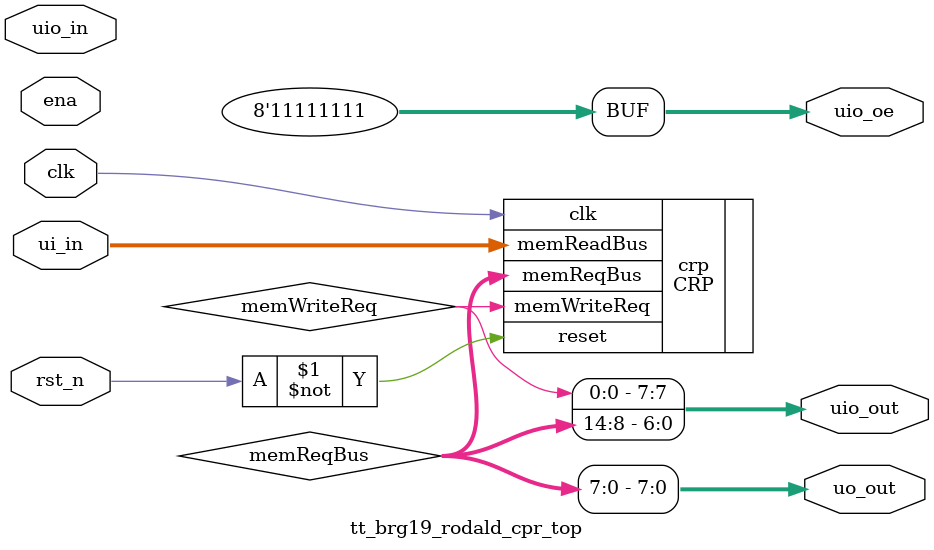
<source format=v>
`timescale 1ns / 1ps


module tt_brg19_rodald_cpr_top (
    input  wire [7:0] ui_in,    // Dedicated inputs
    output wire [7:0] uo_out,   // Dedicated outputs
    input  wire [7:0] uio_in,   // IOs: Input path
    output wire [7:0] uio_out,  // IOs: Output path
    output wire [7:0] uio_oe,   // IOs: Enable path (active high: 0=input, 1=output)
    input  wire       ena,      // will go high when the design is enabled
    input  wire       clk,      // clock
    input  wire       rst_n     // reset_n - low to reset
);

    wire [14:0] memReqBus;
    wire memWriteReq;

    CRP crp (
        .clk(clk),
        .reset(~rst_n),  // TinyTapeout uses inverted reset
        .memReadBus(ui_in),
        .memReqBus(memReqBus),
        .memWriteReq(memWriteReq)
    );

    assign uo_out      = memReqBus[7:0];
    assign uio_out[6:0] = memReqBus[14:8];
    assign uio_out[7]  = memWriteReq;
    assign uio_oe = 8'b11111111;

endmodule

</source>
